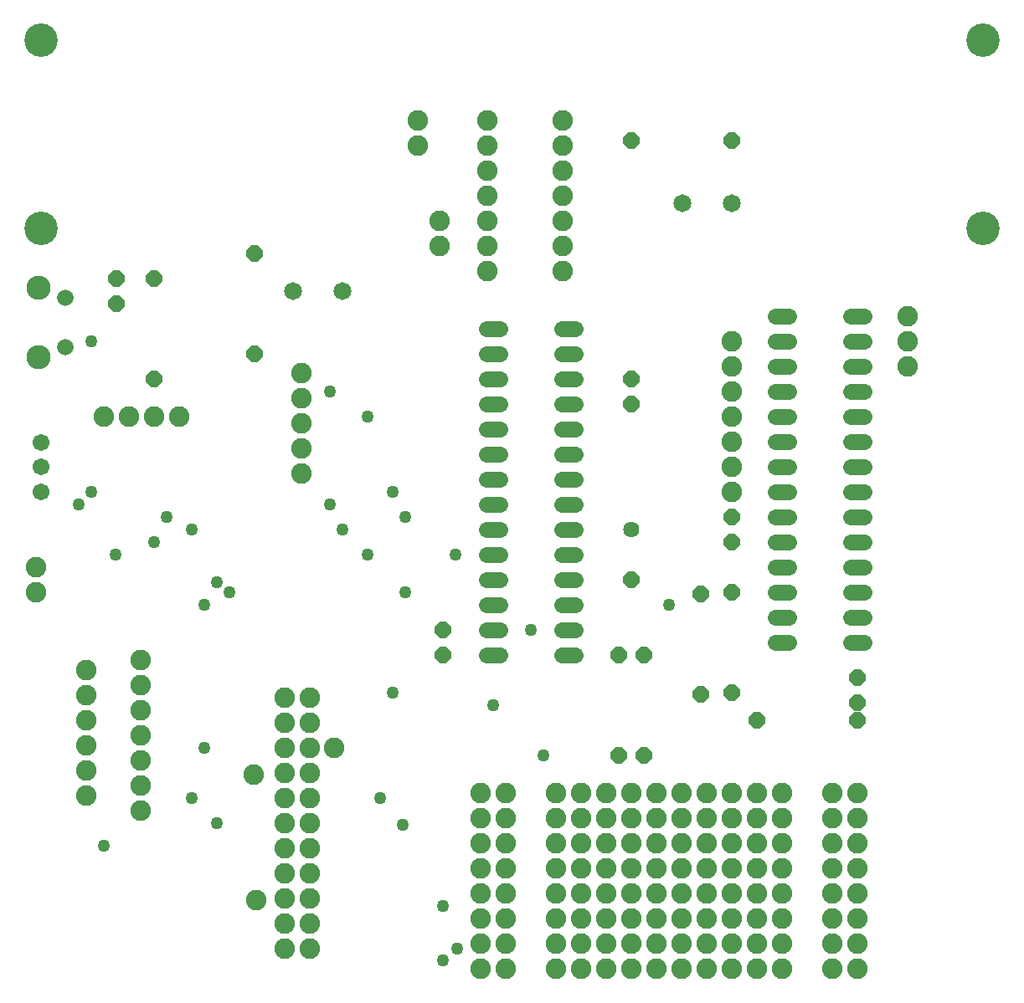
<source format=gbs>
G04 EAGLE Gerber RS-274X export*
G75*
%MOMM*%
%FSLAX34Y34*%
%LPD*%
%INBottom Soldermask*%
%IPPOS*%
%AMOC8*
5,1,8,0,0,1.08239X$1,22.5*%
G01*
%ADD10C,3.378200*%
%ADD11C,2.082800*%
%ADD12P,1.759533X8X292.500000*%
%ADD13C,1.625600*%
%ADD14P,1.759533X8X112.500000*%
%ADD15P,1.759533X8X22.500000*%
%ADD16P,1.759533X8X202.500000*%
%ADD17C,1.662800*%
%ADD18C,2.453200*%
%ADD19C,1.812800*%
%ADD20C,1.712800*%
%ADD21C,1.625600*%
%ADD22C,1.261200*%


D10*
X25400Y965200D03*
X25400Y774700D03*
X977900Y965200D03*
X977900Y774700D03*
D11*
X20320Y406400D03*
X20320Y431800D03*
D12*
X622300Y622300D03*
X622300Y596900D03*
X431800Y368300D03*
X431800Y342900D03*
D13*
X622300Y469900D03*
D12*
X622300Y419100D03*
X723900Y482600D03*
X723900Y457200D03*
D11*
X406400Y858520D03*
X406400Y883920D03*
X723900Y558800D03*
X723900Y533400D03*
X723900Y508000D03*
X901700Y685800D03*
X901700Y660400D03*
X901700Y635000D03*
X427990Y756920D03*
X427990Y782320D03*
X242570Y95250D03*
X240030Y222250D03*
X321310Y248920D03*
X723900Y660400D03*
X723900Y635000D03*
X723900Y609600D03*
X723900Y584200D03*
D14*
X101600Y698500D03*
X101600Y723900D03*
D12*
X850900Y320040D03*
X850900Y294640D03*
D14*
X139700Y622300D03*
X139700Y723900D03*
D12*
X241300Y749300D03*
X241300Y647700D03*
X723900Y406400D03*
X723900Y304800D03*
X692150Y405130D03*
X692150Y303530D03*
D15*
X749300Y276860D03*
X850900Y276860D03*
D16*
X723900Y863600D03*
X622300Y863600D03*
D12*
X609600Y342900D03*
X609600Y241300D03*
X635000Y342900D03*
X635000Y241300D03*
D17*
X49860Y704450D03*
X49860Y654450D03*
D18*
X22860Y714450D03*
X22860Y644450D03*
D19*
X723500Y800100D03*
X673500Y800100D03*
D11*
X476250Y883920D03*
X476250Y858520D03*
X476250Y833120D03*
X476250Y807720D03*
X476250Y782320D03*
X476250Y756920D03*
X476250Y731520D03*
X552450Y883920D03*
X552450Y858520D03*
X552450Y833120D03*
X552450Y807720D03*
X552450Y782320D03*
X552450Y756920D03*
X552450Y731520D03*
X297180Y45720D03*
X297180Y71120D03*
X297180Y96520D03*
X297180Y121920D03*
X297180Y147320D03*
X297180Y172720D03*
X297180Y198120D03*
X297180Y223520D03*
X297180Y248920D03*
X297180Y274320D03*
X297180Y299720D03*
X271780Y299720D03*
X271780Y274320D03*
X271780Y248920D03*
X271780Y223520D03*
X271780Y198120D03*
X271780Y172720D03*
X271780Y147320D03*
X271780Y121920D03*
X271780Y96520D03*
X271780Y71120D03*
X271780Y45720D03*
D20*
X25400Y558400D03*
X25400Y533400D03*
X25400Y508400D03*
D11*
X88900Y584200D03*
X114300Y584200D03*
X139700Y584200D03*
X165100Y584200D03*
D21*
X475488Y673100D02*
X489712Y673100D01*
X489712Y647700D02*
X475488Y647700D01*
X475488Y622300D02*
X489712Y622300D01*
X489712Y596900D02*
X475488Y596900D01*
X475488Y571500D02*
X489712Y571500D01*
X489712Y546100D02*
X475488Y546100D01*
X475488Y520700D02*
X489712Y520700D01*
X489712Y495300D02*
X475488Y495300D01*
X475488Y469900D02*
X489712Y469900D01*
X489712Y444500D02*
X475488Y444500D01*
X475488Y419100D02*
X489712Y419100D01*
X489712Y393700D02*
X475488Y393700D01*
X475488Y368300D02*
X489712Y368300D01*
X489712Y342900D02*
X475488Y342900D01*
X551688Y342900D02*
X565912Y342900D01*
X565912Y368300D02*
X551688Y368300D01*
X551688Y393700D02*
X565912Y393700D01*
X565912Y419100D02*
X551688Y419100D01*
X551688Y444500D02*
X565912Y444500D01*
X565912Y469900D02*
X551688Y469900D01*
X551688Y495300D02*
X565912Y495300D01*
X565912Y520700D02*
X551688Y520700D01*
X551688Y546100D02*
X565912Y546100D01*
X565912Y571500D02*
X551688Y571500D01*
X551688Y596900D02*
X565912Y596900D01*
X565912Y622300D02*
X551688Y622300D01*
X551688Y647700D02*
X565912Y647700D01*
X565912Y673100D02*
X551688Y673100D01*
D11*
X288290Y628650D03*
X288290Y603250D03*
X288290Y577850D03*
X288290Y552450D03*
X288290Y527050D03*
D19*
X329800Y711200D03*
X279800Y711200D03*
D11*
X71120Y327660D03*
X71120Y302260D03*
X71120Y276860D03*
X71120Y251460D03*
X71120Y226060D03*
X71120Y200660D03*
X125730Y337820D03*
X125730Y312420D03*
X125730Y287020D03*
X125730Y261620D03*
X125730Y236220D03*
X125730Y210820D03*
X125730Y185420D03*
D21*
X767588Y685800D02*
X781812Y685800D01*
X781812Y660400D02*
X767588Y660400D01*
X767588Y635000D02*
X781812Y635000D01*
X781812Y609600D02*
X767588Y609600D01*
X767588Y584200D02*
X781812Y584200D01*
X781812Y558800D02*
X767588Y558800D01*
X767588Y533400D02*
X781812Y533400D01*
X781812Y508000D02*
X767588Y508000D01*
X767588Y482600D02*
X781812Y482600D01*
X781812Y457200D02*
X767588Y457200D01*
X767588Y431800D02*
X781812Y431800D01*
X781812Y406400D02*
X767588Y406400D01*
X767588Y381000D02*
X781812Y381000D01*
X781812Y355600D02*
X767588Y355600D01*
X843788Y355600D02*
X858012Y355600D01*
X858012Y381000D02*
X843788Y381000D01*
X843788Y406400D02*
X858012Y406400D01*
X858012Y431800D02*
X843788Y431800D01*
X843788Y457200D02*
X858012Y457200D01*
X858012Y482600D02*
X843788Y482600D01*
X843788Y508000D02*
X858012Y508000D01*
X858012Y533400D02*
X843788Y533400D01*
X843788Y558800D02*
X858012Y558800D01*
X858012Y584200D02*
X843788Y584200D01*
X843788Y609600D02*
X858012Y609600D01*
X858012Y635000D02*
X843788Y635000D01*
X843788Y660400D02*
X858012Y660400D01*
X858012Y685800D02*
X843788Y685800D01*
D11*
X546100Y25400D03*
X546100Y50800D03*
X546100Y76200D03*
X546100Y101600D03*
X546100Y127000D03*
X546100Y152400D03*
X546100Y177800D03*
X546100Y203200D03*
X571500Y25400D03*
X571500Y50800D03*
X571500Y76200D03*
X571500Y101600D03*
X571500Y127000D03*
X571500Y152400D03*
X571500Y177800D03*
X571500Y203200D03*
X596900Y25400D03*
X596900Y50800D03*
X596900Y76200D03*
X596900Y101600D03*
X596900Y127000D03*
X596900Y152400D03*
X596900Y177800D03*
X596900Y203200D03*
X622300Y25400D03*
X622300Y50800D03*
X622300Y76200D03*
X622300Y101600D03*
X622300Y127000D03*
X622300Y152400D03*
X622300Y177800D03*
X622300Y203200D03*
X647700Y25400D03*
X647700Y50800D03*
X647700Y76200D03*
X647700Y101600D03*
X647700Y127000D03*
X647700Y152400D03*
X647700Y177800D03*
X647700Y203200D03*
X673100Y25400D03*
X673100Y50800D03*
X673100Y76200D03*
X673100Y101600D03*
X673100Y127000D03*
X673100Y152400D03*
X673100Y177800D03*
X673100Y203200D03*
X698500Y25400D03*
X698500Y50800D03*
X698500Y76200D03*
X698500Y101600D03*
X698500Y127000D03*
X698500Y152400D03*
X698500Y177800D03*
X698500Y203200D03*
X723900Y25400D03*
X723900Y50800D03*
X723900Y76200D03*
X723900Y101600D03*
X723900Y127000D03*
X723900Y152400D03*
X723900Y177800D03*
X723900Y203200D03*
X749300Y25400D03*
X749300Y50800D03*
X749300Y76200D03*
X749300Y101600D03*
X749300Y127000D03*
X749300Y152400D03*
X749300Y177800D03*
X749300Y203200D03*
X774700Y25400D03*
X774700Y50800D03*
X774700Y76200D03*
X774700Y101600D03*
X774700Y127000D03*
X774700Y152400D03*
X774700Y177800D03*
X774700Y203200D03*
X850900Y25400D03*
X850900Y50800D03*
X850900Y76200D03*
X850900Y101600D03*
X850900Y127000D03*
X850900Y152400D03*
X850900Y177800D03*
X850900Y203200D03*
X495300Y25400D03*
X495300Y50800D03*
X495300Y76200D03*
X495300Y101600D03*
X495300Y127000D03*
X495300Y152400D03*
X495300Y177800D03*
X495300Y203200D03*
X825500Y25400D03*
X825500Y50800D03*
X825500Y76200D03*
X825500Y101600D03*
X825500Y127000D03*
X825500Y152400D03*
X825500Y177800D03*
X825500Y203200D03*
X469900Y25400D03*
X469900Y50800D03*
X469900Y76200D03*
X469900Y101600D03*
X469900Y127000D03*
X469900Y152400D03*
X469900Y177800D03*
X469900Y203200D03*
D22*
X76200Y660400D03*
X533400Y241300D03*
X520700Y368300D03*
X445770Y45720D03*
X317500Y609600D03*
X317500Y495300D03*
X63500Y495300D03*
X76200Y508000D03*
X355600Y584200D03*
X355600Y444500D03*
X100330Y444500D03*
X139700Y457200D03*
X660400Y393700D03*
X431800Y88900D03*
X431800Y34290D03*
X330200Y469900D03*
X177800Y469900D03*
X177800Y198120D03*
X203200Y416560D03*
X203200Y172720D03*
X152400Y482600D03*
X444500Y444500D03*
X391160Y171450D03*
X368300Y198120D03*
X88900Y149860D03*
X190500Y393700D03*
X190500Y248920D03*
X482600Y292100D03*
X381000Y508000D03*
X381000Y304800D03*
X393700Y482600D03*
X393700Y406400D03*
X215900Y406400D03*
M02*

</source>
